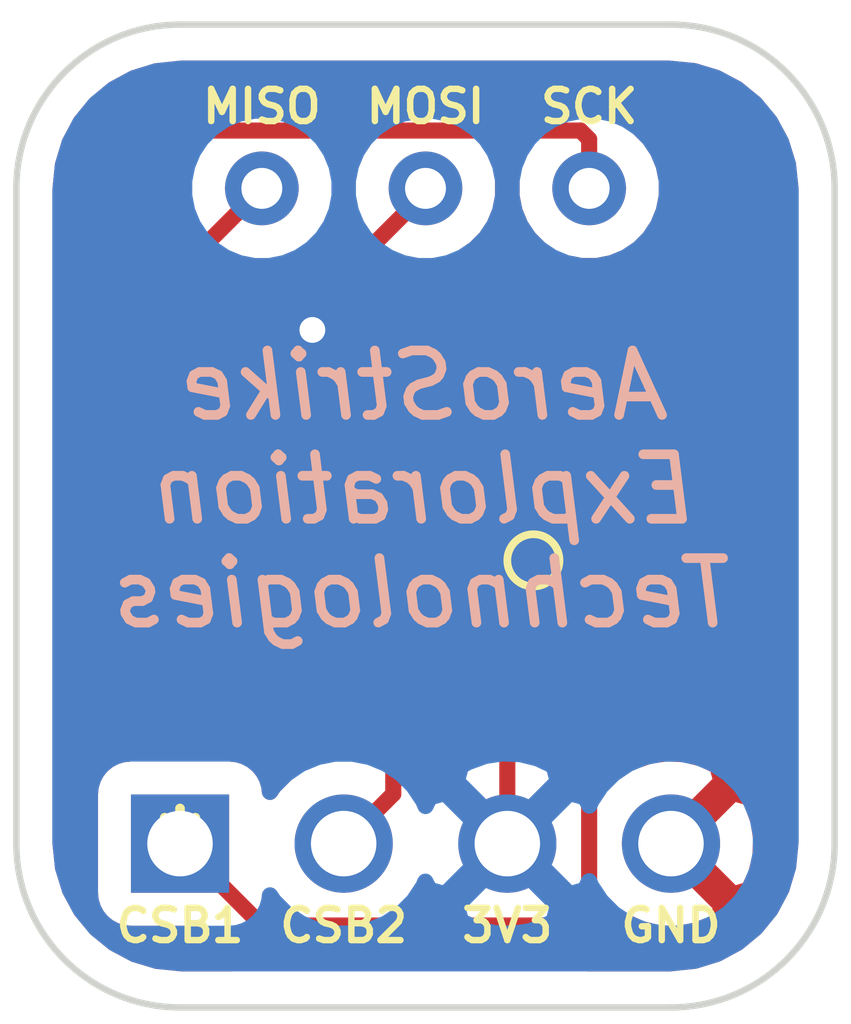
<source format=kicad_pcb>
(kicad_pcb (version 20171130) (host pcbnew "(5.1.10)-1")

  (general
    (thickness 1.6)
    (drawings 16)
    (tracks 51)
    (zones 0)
    (modules 5)
    (nets 12)
  )

  (page A4)
  (layers
    (0 F.Cu signal)
    (31 B.Cu signal)
    (32 B.Adhes user)
    (33 F.Adhes user)
    (34 B.Paste user)
    (35 F.Paste user)
    (36 B.SilkS user)
    (37 F.SilkS user)
    (38 B.Mask user)
    (39 F.Mask user)
    (40 Dwgs.User user)
    (41 Cmts.User user)
    (42 Eco1.User user)
    (43 Eco2.User user)
    (44 Edge.Cuts user)
    (45 Margin user)
    (46 B.CrtYd user)
    (47 F.CrtYd user)
    (48 B.Fab user)
    (49 F.Fab user)
  )

  (setup
    (last_trace_width 0.25)
    (trace_clearance 0.2)
    (zone_clearance 0.508)
    (zone_45_only no)
    (trace_min 0.2)
    (via_size 0.8)
    (via_drill 0.4)
    (via_min_size 0.4)
    (via_min_drill 0.3)
    (uvia_size 0.3)
    (uvia_drill 0.1)
    (uvias_allowed no)
    (uvia_min_size 0.2)
    (uvia_min_drill 0.1)
    (edge_width 0.1)
    (segment_width 0.2)
    (pcb_text_width 0.3)
    (pcb_text_size 1.5 1.5)
    (mod_edge_width 0.15)
    (mod_text_size 1 1)
    (mod_text_width 0.15)
    (pad_size 1.524 1.524)
    (pad_drill 0.762)
    (pad_to_mask_clearance 0)
    (aux_axis_origin 0 0)
    (visible_elements 7FFFFFFF)
    (pcbplotparams
      (layerselection 0x010fc_ffffffff)
      (usegerberextensions true)
      (usegerberattributes true)
      (usegerberadvancedattributes true)
      (creategerberjobfile true)
      (excludeedgelayer true)
      (linewidth 0.100000)
      (plotframeref false)
      (viasonmask false)
      (mode 1)
      (useauxorigin false)
      (hpglpennumber 1)
      (hpglpenspeed 20)
      (hpglpendiameter 15.000000)
      (psnegative false)
      (psa4output false)
      (plotreference true)
      (plotvalue true)
      (plotinvisibletext false)
      (padsonsilk false)
      (subtractmaskfromsilk false)
      (outputformat 1)
      (mirror false)
      (drillshape 0)
      (scaleselection 1)
      (outputdirectory "Manufacture Files/"))
  )

  (net 0 "")
  (net 1 GND)
  (net 2 +3V3)
  (net 3 "Net-(U1-Pad1)")
  (net 4 CSB_GYRO)
  (net 5 SCK)
  (net 6 MOSI)
  (net 7 MISO)
  (net 8 "Net-(U1-Pad12)")
  (net 9 "Net-(U1-Pad13)")
  (net 10 CSB_ACCEL)
  (net 11 "Net-(U1-Pad16)")

  (net_class Default "This is the default net class."
    (clearance 0.2)
    (trace_width 0.25)
    (via_dia 0.8)
    (via_drill 0.4)
    (uvia_dia 0.3)
    (uvia_drill 0.1)
    (add_net +3V3)
    (add_net CSB_ACCEL)
    (add_net CSB_GYRO)
    (add_net GND)
    (add_net MISO)
    (add_net MOSI)
    (add_net "Net-(U1-Pad1)")
    (add_net "Net-(U1-Pad12)")
    (add_net "Net-(U1-Pad13)")
    (add_net "Net-(U1-Pad16)")
    (add_net SCK)
  )

  (module "1x4_Male Header:104346-2" (layer F.Cu) (tedit 611FC6AC) (tstamp 611FD01E)
    (at 92.71 67.31 180)
    (path /61223E91)
    (fp_text reference J2 (at -3.81 0) (layer F.SilkS) hide
      (effects (font (size 0.0254 0.0254) (thickness 0.00635)))
    )
    (fp_text value CONN4_104346_P384XP092_TEC (at -3.81 0) (layer F.SilkS) hide
      (effects (font (size 0.0254 0.0254) (thickness 0.00635)))
    )
    (fp_text user * (at 0 0) (layer F.SilkS)
      (effects (font (size 1 1) (thickness 0.15)))
    )
    (pad 4 thru_hole circle (at -7.62 0 180) (size 1.524 1.524) (drill 1.016) (layers *.Cu *.Mask)
      (net 1 GND))
    (pad 3 thru_hole circle (at -5.08 0 180) (size 1.524 1.524) (drill 1.016) (layers *.Cu *.Mask)
      (net 2 +3V3))
    (pad 2 thru_hole circle (at -2.54 0 180) (size 1.524 1.524) (drill 1.016) (layers *.Cu *.Mask)
      (net 4 CSB_GYRO))
    (pad 1 thru_hole rect (at 0 0 180) (size 1.524 1.524) (drill 1.016) (layers *.Cu *.Mask)
      (net 10 CSB_ACCEL))
    (model "C:/Users/Jeffrey Lind/Downloads/KiCad Files/Header Pins/Male/1x4 Male Header/1x4_Male_Header.stp"
      (offset (xyz -7.6 0 -1.7))
      (scale (xyz 1 1 1))
      (rotate (xyz -180 0 0))
    )
  )

  (module BMI088:BMI088 (layer F.Cu) (tedit 611FB5AB) (tstamp 611FB2AB)
    (at 96.52 62.23 180)
    (path /612F053B)
    (fp_text reference U1 (at -0.075801 0) (layer F.SilkS) hide
      (effects (font (size 0.0254 0.0254) (thickness 0.00635)))
    )
    (fp_text value QFN_BMI085_BOS (at 0.17287 -0.015614) (layer F.SilkS) hide
      (effects (font (size 0.0254 0.0254) (thickness 0.00635)))
    )
    (fp_circle (center -1.674725 -0.687865) (end -1.27 -0.687865) (layer F.SilkS) (width 0.12))
    (pad 16 smd rect (at -1.9113 0 270) (size 0.254 0.4826) (layers F.Cu F.Paste F.Mask)
      (net 11 "Net-(U1-Pad16)"))
    (pad 15 smd rect (at -1.5 1.1557 180) (size 0.254 0.4826) (layers F.Cu F.Paste F.Mask)
      (net 7 MISO))
    (pad 14 smd rect (at -1.000001 1.1557 180) (size 0.254 0.4826) (layers F.Cu F.Paste F.Mask)
      (net 10 CSB_ACCEL))
    (pad 13 smd rect (at -0.499999 1.1557 180) (size 0.254 0.4826) (layers F.Cu F.Paste F.Mask)
      (net 9 "Net-(U1-Pad13)"))
    (pad 12 smd rect (at 0 1.1557 180) (size 0.254 0.4826) (layers F.Cu F.Paste F.Mask)
      (net 8 "Net-(U1-Pad12)"))
    (pad 11 smd rect (at 0.499999 1.1557 180) (size 0.254 0.4826) (layers F.Cu F.Paste F.Mask)
      (net 2 +3V3))
    (pad 10 smd rect (at 1.000001 1.1557 180) (size 0.254 0.4826) (layers F.Cu F.Paste F.Mask)
      (net 7 MISO))
    (pad 9 smd rect (at 1.5 1.1557 180) (size 0.254 0.4826) (layers F.Cu F.Paste F.Mask)
      (net 6 MOSI))
    (pad 8 smd rect (at 1.9113 0 270) (size 0.254 0.4826) (layers F.Cu F.Paste F.Mask)
      (net 5 SCK))
    (pad 7 smd rect (at 1.5 -1.1557 180) (size 0.254 0.4826) (layers F.Cu F.Paste F.Mask)
      (net 1 GND))
    (pad 6 smd rect (at 1.000001 -1.1557 180) (size 0.254 0.4826) (layers F.Cu F.Paste F.Mask)
      (net 1 GND))
    (pad 5 smd rect (at 0.499999 -1.1557 180) (size 0.254 0.4826) (layers F.Cu F.Paste F.Mask)
      (net 4 CSB_GYRO))
    (pad 4 smd rect (at 0 -1.1557 180) (size 0.254 0.4826) (layers F.Cu F.Paste F.Mask)
      (net 1 GND))
    (pad 3 smd rect (at -0.499999 -1.1557 180) (size 0.254 0.4826) (layers F.Cu F.Paste F.Mask)
      (net 2 +3V3))
    (pad 2 smd rect (at -1.000001 -1.1557 180) (size 0.254 0.4826) (layers F.Cu F.Paste F.Mask))
    (pad 1 smd rect (at -1.5 -1.1557 180) (size 0.254 0.4826) (layers F.Cu F.Paste F.Mask)
      (net 3 "Net-(U1-Pad1)"))
    (model "C:/Users/Jeffrey Lind/Downloads/KiCad Files/Sensors/BMI088/BMI088.step"
      (at (xyz 0 0 0))
      (scale (xyz 1 1 1))
      (rotate (xyz -90 0 0))
    )
  )

  (module 0805_Capacitor:CL21B104KBFNNNE (layer F.Cu) (tedit 611E744E) (tstamp 611FB259)
    (at 96.090153 64.996087 180)
    (path /612F4194)
    (fp_text reference C2 (at 0 0) (layer F.SilkS) hide
      (effects (font (size 0.0254 0.0254) (thickness 0.00635)))
    )
    (fp_text value 0.1uF (at 0 0) (layer F.SilkS) hide
      (effects (font (size 0.0254 0.0254) (thickness 0.00635)))
    )
    (fp_circle (center -0.8008 0) (end -0.8008 0) (layer F.Fab) (width 0.1))
    (fp_circle (center -0.8008 0) (end -0.8008 0) (layer F.CrtYd) (width 0.05))
    (pad 2 smd rect (at 0.9278 0 180) (size 0.8556 1.25) (layers F.Cu F.Paste F.Mask)
      (net 1 GND))
    (pad 1 smd rect (at -0.9278 0 180) (size 0.8556 1.25) (layers F.Cu F.Paste F.Mask)
      (net 2 +3V3))
    (model "C:/Users/Jeffrey Lind/Downloads/KiCad Files/Capacitors/0.1uF Capacitor 0805/0.1uF Capacitor 0805.step"
      (at (xyz 0 0 0))
      (scale (xyz 1 1 1))
      (rotate (xyz 0 0 0))
    )
  )

  (module 0805_Capacitor:CL21B104KBFNNNE (layer F.Cu) (tedit 611E744E) (tstamp 611FB271)
    (at 96.949846 59.349305)
    (path /612F3791)
    (fp_text reference C1 (at 0.010214 -0.132784) (layer F.SilkS) hide
      (effects (font (size 0.0254 0.0254) (thickness 0.00635)))
    )
    (fp_text value 0.1uF (at -1.27 0) (layer F.SilkS) hide
      (effects (font (size 0.0254 0.0254) (thickness 0.00635)))
    )
    (fp_circle (center -0.8008 0) (end -0.8008 0) (layer F.Fab) (width 0.1))
    (fp_circle (center -0.8008 0) (end -0.8008 0) (layer F.CrtYd) (width 0.05))
    (pad 2 smd rect (at 0.9278 0) (size 0.8556 1.25) (layers F.Cu F.Paste F.Mask)
      (net 1 GND))
    (pad 1 smd rect (at -0.9278 0) (size 0.8556 1.25) (layers F.Cu F.Paste F.Mask)
      (net 2 +3V3))
    (model "C:/Users/Jeffrey Lind/Downloads/KiCad Files/Capacitors/0.1uF Capacitor 0805/0.1uF Capacitor 0805.step"
      (at (xyz 0 0 0))
      (scale (xyz 1 1 1))
      (rotate (xyz 0 0 0))
    )
  )

  (module Male_Headers:1x3_Male_Header (layer F.Cu) (tedit 611FB642) (tstamp 611FB619)
    (at 99.06 57.15 180)
    (path /611FFCCE)
    (fp_text reference J1 (at 2.54 0) (layer F.SilkS) hide
      (effects (font (size 0.0254 0.0254) (thickness 0.00635)))
    )
    (fp_text value 61300311121 (at 2.54 0) (layer F.SilkS) hide
      (effects (font (size 0.0254 0.0254) (thickness 0.00635)))
    )
    (pad 3 thru_hole circle (at 5.08 0 180) (size 1.143 1.143) (drill 0.635) (layers *.Cu *.Mask)
      (net 7 MISO))
    (pad 2 thru_hole circle (at 2.54 0 180) (size 1.143 1.143) (drill 0.635) (layers *.Cu *.Mask)
      (net 6 MOSI))
    (pad 1 thru_hole circle (at 0 0 180) (size 1.143 1.143) (drill 0.635) (layers *.Cu *.Mask)
      (net 5 SCK))
    (model "C:/Users/Jeffrey Lind/Downloads/KiCad Files/Header Pins/Male/1x3 Male Header/1x3_Male_Header.stp"
      (offset (xyz 0 0 -1.69))
      (scale (xyz 1 1 1))
      (rotate (xyz 180 0 0))
    )
  )

  (gr_text "AeroStrike\nExploration\nTechnologies" (at 96.518934 61.818207) (layer B.SilkS)
    (effects (font (size 1 1) (thickness 0.15) italic) (justify mirror))
  )
  (gr_line (start 92.71 54.61) (end 100.33 54.61) (layer Edge.Cuts) (width 0.1) (tstamp 611FD320))
  (gr_line (start 90.17 67.31) (end 90.17 57.15) (layer Edge.Cuts) (width 0.1) (tstamp 611FD31F))
  (gr_line (start 100.33 69.85) (end 92.71 69.85) (layer Edge.Cuts) (width 0.1) (tstamp 611FD31E))
  (gr_line (start 102.87 57.15) (end 102.87 67.31) (layer Edge.Cuts) (width 0.1) (tstamp 611FD31D))
  (gr_arc (start 92.71 57.15) (end 92.71 54.61) (angle -90) (layer Edge.Cuts) (width 0.1))
  (gr_arc (start 100.33 57.15) (end 102.87 57.15) (angle -90) (layer Edge.Cuts) (width 0.1))
  (gr_arc (start 100.33 67.31) (end 100.33 69.85) (angle -90) (layer Edge.Cuts) (width 0.1))
  (gr_arc (start 92.71 67.31) (end 90.17 67.31) (angle -90) (layer Edge.Cuts) (width 0.1))
  (gr_text GND (at 100.33 68.58) (layer F.SilkS)
    (effects (font (size 0.5 0.5) (thickness 0.1)))
  )
  (gr_text 3V3 (at 97.79 68.58) (layer F.SilkS)
    (effects (font (size 0.5 0.5) (thickness 0.1)))
  )
  (gr_text SCK (at 99.06 55.88) (layer F.SilkS)
    (effects (font (size 0.5 0.5) (thickness 0.1)))
  )
  (gr_text MOSI (at 96.52 55.88) (layer F.SilkS)
    (effects (font (size 0.5 0.5) (thickness 0.1)))
  )
  (gr_text MISO (at 93.98 55.88) (layer F.SilkS)
    (effects (font (size 0.5 0.5) (thickness 0.1)))
  )
  (gr_text "CSB2\n" (at 95.25 68.58) (layer F.SilkS)
    (effects (font (size 0.5 0.5) (thickness 0.1)))
  )
  (gr_text "CSB1\n" (at 92.71 68.58) (layer F.SilkS)
    (effects (font (size 0.5 0.5) (thickness 0.1)))
  )

  (segment (start 95.02 63.3857) (end 95.519999 63.3857) (width 0.25) (layer F.Cu) (net 1))
  (segment (start 96.52 62.932397) (end 96.52 63.3857) (width 0.25) (layer F.Cu) (net 1))
  (segment (start 96.407002 62.819399) (end 96.52 62.932397) (width 0.25) (layer F.Cu) (net 1))
  (segment (start 95.595 62.819399) (end 96.407002 62.819399) (width 0.25) (layer F.Cu) (net 1))
  (segment (start 95.519999 62.8944) (end 95.595 62.819399) (width 0.25) (layer F.Cu) (net 1))
  (segment (start 95.519999 63.3857) (end 95.519999 62.8944) (width 0.25) (layer F.Cu) (net 1))
  (segment (start 97.019999 64.994041) (end 97.017953 64.996087) (width 0.25) (layer F.Cu) (net 2))
  (segment (start 97.79 65.768134) (end 97.017953 64.996087) (width 0.25) (layer F.Cu) (net 2))
  (segment (start 97.79 67.31) (end 97.79 65.768134) (width 0.25) (layer F.Cu) (net 2))
  (via (at 94.764039 59.345017) (size 0.8) (drill 0.4) (layers F.Cu B.Cu) (net 2))
  (segment (start 96.017758 59.345017) (end 96.022046 59.349305) (width 0.25) (layer F.Cu) (net 2))
  (segment (start 94.764039 59.345017) (end 96.017758 59.345017) (width 0.25) (layer F.Cu) (net 2))
  (segment (start 96.020001 59.35135) (end 96.022046 59.349305) (width 0.25) (layer F.Cu) (net 2))
  (segment (start 96.020001 61.0743) (end 96.020001 59.35135) (width 0.25) (layer F.Cu) (net 2))
  (segment (start 97.017953 63.387746) (end 97.019999 63.3857) (width 0.25) (layer F.Cu) (net 2))
  (segment (start 97.017953 64.996087) (end 97.017953 63.387746) (width 0.25) (layer F.Cu) (net 2))
  (segment (start 96.020001 66.539999) (end 96.020001 63.3857) (width 0.25) (layer F.Cu) (net 4))
  (segment (start 95.25 67.31) (end 96.020001 66.539999) (width 0.25) (layer F.Cu) (net 4))
  (segment (start 94.6087 62.23) (end 92.202 62.23) (width 0.25) (layer F.Cu) (net 5))
  (segment (start 92.202 62.23) (end 91.948 61.976) (width 0.25) (layer F.Cu) (net 5))
  (segment (start 91.948 61.976) (end 91.948 56.896) (width 0.25) (layer F.Cu) (net 5))
  (segment (start 99.06 56.388) (end 99.06 57.15) (width 0.25) (layer F.Cu) (net 5))
  (segment (start 98.925499 56.253499) (end 92.590501 56.253499) (width 0.25) (layer F.Cu) (net 5))
  (segment (start 92.590501 56.253499) (end 92.456 56.388) (width 0.25) (layer F.Cu) (net 5))
  (segment (start 99.06 56.388) (end 98.925499 56.253499) (width 0.25) (layer F.Cu) (net 5))
  (segment (start 91.948 56.896) (end 92.456 56.388) (width 0.25) (layer F.Cu) (net 5))
  (segment (start 94.643 61.0743) (end 93.98 60.4113) (width 0.25) (layer F.Cu) (net 6))
  (segment (start 95.02 61.0743) (end 94.643 61.0743) (width 0.25) (layer F.Cu) (net 6))
  (segment (start 93.98 59.056054) (end 94.616054 58.42) (width 0.25) (layer F.Cu) (net 6))
  (segment (start 93.98 60.4113) (end 93.98 59.056054) (width 0.25) (layer F.Cu) (net 6))
  (segment (start 96.52 57.213549) (end 96.52 57.15) (width 0.25) (layer F.Cu) (net 6))
  (segment (start 95.313549 58.42) (end 96.52 57.213549) (width 0.25) (layer F.Cu) (net 6))
  (segment (start 94.616054 58.42) (end 95.313549 58.42) (width 0.25) (layer F.Cu) (net 6))
  (segment (start 98.02 61.5656) (end 97.6096 61.976) (width 0.25) (layer F.Cu) (net 7))
  (segment (start 98.02 61.0743) (end 98.02 61.5656) (width 0.25) (layer F.Cu) (net 7))
  (segment (start 95.519999 61.5656) (end 95.519999 61.0743) (width 0.25) (layer F.Cu) (net 7))
  (segment (start 95.930399 61.976) (end 95.519999 61.5656) (width 0.25) (layer F.Cu) (net 7))
  (segment (start 97.6096 61.976) (end 95.930399 61.976) (width 0.25) (layer F.Cu) (net 7))
  (segment (start 95.444998 61.640601) (end 93.644601 61.640601) (width 0.25) (layer F.Cu) (net 7))
  (segment (start 95.519999 61.5656) (end 95.444998 61.640601) (width 0.25) (layer F.Cu) (net 7))
  (segment (start 93.644601 61.640601) (end 92.964 60.96) (width 0.25) (layer F.Cu) (net 7))
  (segment (start 92.964 58.166) (end 93.98 57.15) (width 0.25) (layer F.Cu) (net 7))
  (segment (start 92.964 60.96) (end 92.964 58.166) (width 0.25) (layer F.Cu) (net 7))
  (segment (start 97.520001 60.583) (end 97.651001 60.452) (width 0.25) (layer F.Cu) (net 10))
  (segment (start 97.520001 61.0743) (end 97.520001 60.583) (width 0.25) (layer F.Cu) (net 10))
  (segment (start 97.651001 60.452) (end 98.351002 60.452) (width 0.25) (layer F.Cu) (net 10))
  (segment (start 98.351002 60.452) (end 99.06 61.160998) (width 0.25) (layer F.Cu) (net 10))
  (segment (start 99.06 61.160998) (end 99.06 68.072) (width 0.25) (layer F.Cu) (net 10))
  (segment (start 99.06 68.072) (end 98.552 68.58) (width 0.25) (layer F.Cu) (net 10))
  (segment (start 93.98 68.58) (end 92.71 67.31) (width 0.25) (layer F.Cu) (net 10))
  (segment (start 98.552 68.58) (end 93.98 68.58) (width 0.25) (layer F.Cu) (net 10))

  (zone (net 1) (net_name GND) (layer F.Cu) (tstamp 61205024) (hatch edge 0.508)
    (connect_pads (clearance 0.508))
    (min_thickness 0.254)
    (fill yes (arc_segments 32) (thermal_gap 0.508) (thermal_bridge_width 0.508))
    (polygon
      (pts
        (xy 103.124 69.977) (xy 89.916 70.104) (xy 89.916 54.356) (xy 103.124 54.229)
      )
    )
    (filled_polygon
      (pts
        (xy 100.689668 55.333551) (xy 101.035634 55.438004) (xy 101.354724 55.607667) (xy 101.634781 55.836076) (xy 101.865141 56.114534)
        (xy 102.037027 56.43243) (xy 102.143893 56.777658) (xy 102.185 57.168753) (xy 102.185001 67.276485) (xy 102.146449 67.669667)
        (xy 102.041996 68.015635) (xy 101.872333 68.334724) (xy 101.643924 68.614781) (xy 101.365466 68.845141) (xy 101.04757 69.017027)
        (xy 100.70234 69.123894) (xy 100.311238 69.165) (xy 99.03717 69.165) (xy 99.092001 69.120001) (xy 99.115803 69.090998)
        (xy 99.571002 68.6358) (xy 99.600001 68.612001) (xy 99.660121 68.538745) (xy 99.860048 68.632756) (xy 100.127135 68.699023)
        (xy 100.402017 68.71191) (xy 100.674133 68.670922) (xy 100.933023 68.577636) (xy 101.04898 68.515656) (xy 101.11596 68.275565)
        (xy 100.33 67.489605) (xy 100.315858 67.503748) (xy 100.136253 67.324143) (xy 100.150395 67.31) (xy 100.509605 67.31)
        (xy 101.295565 68.09596) (xy 101.535656 68.02898) (xy 101.652756 67.779952) (xy 101.719023 67.512865) (xy 101.73191 67.237983)
        (xy 101.690922 66.965867) (xy 101.597636 66.706977) (xy 101.535656 66.59102) (xy 101.295565 66.52404) (xy 100.509605 67.31)
        (xy 100.150395 67.31) (xy 100.136253 67.295858) (xy 100.315858 67.116253) (xy 100.33 67.130395) (xy 101.11596 66.344435)
        (xy 101.04898 66.104344) (xy 100.799952 65.987244) (xy 100.532865 65.920977) (xy 100.257983 65.90809) (xy 99.985867 65.949078)
        (xy 99.82 66.008845) (xy 99.82 61.198331) (xy 99.823677 61.160998) (xy 99.809003 61.012012) (xy 99.765546 60.868751)
        (xy 99.694974 60.736722) (xy 99.623799 60.649995) (xy 99.600001 60.620997) (xy 99.571004 60.5972) (xy 98.943476 59.969673)
        (xy 98.940446 59.635055) (xy 98.781696 59.476305) (xy 98.004646 59.476305) (xy 98.004646 59.496305) (xy 97.750646 59.496305)
        (xy 97.750646 59.476305) (xy 97.730646 59.476305) (xy 97.730646 59.222305) (xy 97.750646 59.222305) (xy 97.750646 58.248055)
        (xy 97.591896 58.089305) (xy 97.449846 58.086233) (xy 97.325364 58.098493) (xy 97.227855 58.128072) (xy 97.289099 58.08715)
        (xy 97.45715 57.919099) (xy 97.589187 57.721492) (xy 97.680135 57.501923) (xy 97.7265 57.26883) (xy 97.7265 57.03117)
        (xy 97.722985 57.013499) (xy 97.857015 57.013499) (xy 97.8535 57.03117) (xy 97.8535 57.26883) (xy 97.899865 57.501923)
        (xy 97.990813 57.721492) (xy 98.12285 57.919099) (xy 98.290311 58.08656) (xy 98.163396 58.089305) (xy 98.004646 58.248055)
        (xy 98.004646 59.222305) (xy 98.781696 59.222305) (xy 98.940446 59.063555) (xy 98.943518 58.724305) (xy 98.931258 58.599823)
        (xy 98.894948 58.480125) (xy 98.835983 58.369811) (xy 98.802407 58.328898) (xy 98.94117 58.3565) (xy 99.17883 58.3565)
        (xy 99.411923 58.310135) (xy 99.631492 58.219187) (xy 99.829099 58.08715) (xy 99.99715 57.919099) (xy 100.129187 57.721492)
        (xy 100.220135 57.501923) (xy 100.2665 57.26883) (xy 100.2665 57.03117) (xy 100.220135 56.798077) (xy 100.129187 56.578508)
        (xy 99.99715 56.380901) (xy 99.829099 56.21285) (xy 99.79394 56.189358) (xy 99.765546 56.095753) (xy 99.694974 55.963724)
        (xy 99.600001 55.847999) (xy 99.570998 55.824197) (xy 99.489303 55.742502) (xy 99.4655 55.713498) (xy 99.349775 55.618525)
        (xy 99.217746 55.547953) (xy 99.074485 55.504496) (xy 98.962832 55.493499) (xy 98.962821 55.493499) (xy 98.925499 55.489823)
        (xy 98.888177 55.493499) (xy 92.627823 55.493499) (xy 92.5905 55.489823) (xy 92.553178 55.493499) (xy 92.553168 55.493499)
        (xy 92.441515 55.504496) (xy 92.298254 55.547953) (xy 92.166225 55.618525) (xy 92.0505 55.713498) (xy 92.026697 55.742502)
        (xy 91.945003 55.824196) (xy 91.944997 55.824201) (xy 91.436998 56.332201) (xy 91.408 56.355999) (xy 91.384202 56.384997)
        (xy 91.384201 56.384998) (xy 91.313026 56.471724) (xy 91.242454 56.603754) (xy 91.219251 56.680247) (xy 91.198998 56.747014)
        (xy 91.193969 56.798077) (xy 91.184324 56.896) (xy 91.188001 56.933332) (xy 91.188 61.938677) (xy 91.184324 61.976)
        (xy 91.188 62.013322) (xy 91.188 62.013332) (xy 91.198997 62.124985) (xy 91.242454 62.268246) (xy 91.313026 62.400276)
        (xy 91.31631 62.404277) (xy 91.407999 62.516001) (xy 91.437003 62.539804) (xy 91.638196 62.740997) (xy 91.661999 62.770001)
        (xy 91.777724 62.864974) (xy 91.909753 62.935546) (xy 92.053014 62.979003) (xy 92.164667 62.99) (xy 92.164676 62.99)
        (xy 92.201999 62.993676) (xy 92.239322 62.99) (xy 94.276919 62.99) (xy 94.263906 63.03774) (xy 94.258 63.11265)
        (xy 94.41675 63.2714) (xy 95.147 63.2714) (xy 95.147 63.5) (xy 94.41675 63.5) (xy 94.258 63.65875)
        (xy 94.263906 63.73366) (xy 94.296802 63.854341) (xy 94.316096 63.893043) (xy 94.283368 63.919902) (xy 94.204016 64.016593)
        (xy 94.145051 64.126907) (xy 94.108741 64.246605) (xy 94.096481 64.371087) (xy 94.099553 64.710337) (xy 94.258303 64.869087)
        (xy 95.035353 64.869087) (xy 95.035353 64.849087) (xy 95.260002 64.849087) (xy 95.260001 65.143087) (xy 95.035353 65.143087)
        (xy 95.035353 65.123087) (xy 94.258303 65.123087) (xy 94.099553 65.281837) (xy 94.096481 65.621087) (xy 94.108741 65.745569)
        (xy 94.145051 65.865267) (xy 94.204016 65.975581) (xy 94.283368 66.072272) (xy 94.380059 66.151624) (xy 94.429527 66.178066)
        (xy 94.359465 66.22488) (xy 94.16488 66.419465) (xy 94.10608 66.507465) (xy 94.097812 66.423518) (xy 94.061502 66.30382)
        (xy 94.002537 66.193506) (xy 93.923185 66.096815) (xy 93.826494 66.017463) (xy 93.71618 65.958498) (xy 93.596482 65.922188)
        (xy 93.472 65.909928) (xy 91.948 65.909928) (xy 91.823518 65.922188) (xy 91.70382 65.958498) (xy 91.593506 66.017463)
        (xy 91.496815 66.096815) (xy 91.417463 66.193506) (xy 91.358498 66.30382) (xy 91.322188 66.423518) (xy 91.309928 66.548)
        (xy 91.309928 68.072) (xy 91.322188 68.196482) (xy 91.358498 68.31618) (xy 91.417463 68.426494) (xy 91.496815 68.523185)
        (xy 91.593506 68.602537) (xy 91.70382 68.661502) (xy 91.823518 68.697812) (xy 91.948 68.710072) (xy 93.03527 68.710072)
        (xy 93.416201 69.091003) (xy 93.439999 69.120001) (xy 93.49483 69.165) (xy 92.743505 69.165) (xy 92.350333 69.126449)
        (xy 92.004365 69.021996) (xy 91.685276 68.852333) (xy 91.405219 68.623924) (xy 91.174859 68.345466) (xy 91.002973 68.02757)
        (xy 90.896106 67.68234) (xy 90.855 67.291238) (xy 90.855 57.183504) (xy 90.893551 56.790332) (xy 90.998004 56.444366)
        (xy 91.167667 56.125276) (xy 91.396076 55.845219) (xy 91.674534 55.614859) (xy 91.99243 55.442973) (xy 92.337658 55.336107)
        (xy 92.728753 55.295) (xy 100.296496 55.295)
      )
    )
  )
  (zone (net 2) (net_name +3V3) (layer B.Cu) (tstamp 61205021) (hatch edge 0.508)
    (connect_pads (clearance 0.508))
    (min_thickness 0.254)
    (fill yes (arc_segments 32) (thermal_gap 0.508) (thermal_bridge_width 0.508))
    (polygon
      (pts
        (xy 103.124 70.104) (xy 89.916 70.104) (xy 89.916 54.356) (xy 103.124 54.356)
      )
    )
    (filled_polygon
      (pts
        (xy 100.689668 55.333551) (xy 101.035634 55.438004) (xy 101.354724 55.607667) (xy 101.634781 55.836076) (xy 101.865141 56.114534)
        (xy 102.037027 56.43243) (xy 102.143893 56.777658) (xy 102.185 57.168753) (xy 102.185001 67.276485) (xy 102.146449 67.669667)
        (xy 102.041996 68.015635) (xy 101.872333 68.334724) (xy 101.643924 68.614781) (xy 101.365466 68.845141) (xy 101.04757 69.017027)
        (xy 100.70234 69.123894) (xy 100.311238 69.165) (xy 92.743505 69.165) (xy 92.350333 69.126449) (xy 92.004365 69.021996)
        (xy 91.685276 68.852333) (xy 91.405219 68.623924) (xy 91.174859 68.345466) (xy 91.002973 68.02757) (xy 90.896106 67.68234)
        (xy 90.855 67.291238) (xy 90.855 66.548) (xy 91.309928 66.548) (xy 91.309928 68.072) (xy 91.322188 68.196482)
        (xy 91.358498 68.31618) (xy 91.417463 68.426494) (xy 91.496815 68.523185) (xy 91.593506 68.602537) (xy 91.70382 68.661502)
        (xy 91.823518 68.697812) (xy 91.948 68.710072) (xy 93.472 68.710072) (xy 93.596482 68.697812) (xy 93.71618 68.661502)
        (xy 93.826494 68.602537) (xy 93.923185 68.523185) (xy 94.002537 68.426494) (xy 94.061502 68.31618) (xy 94.097812 68.196482)
        (xy 94.10608 68.112535) (xy 94.16488 68.200535) (xy 94.359465 68.39512) (xy 94.588273 68.548005) (xy 94.84251 68.653314)
        (xy 95.112408 68.707) (xy 95.387592 68.707) (xy 95.65749 68.653314) (xy 95.911727 68.548005) (xy 96.140535 68.39512)
        (xy 96.26009 68.275565) (xy 97.00404 68.275565) (xy 97.07102 68.515656) (xy 97.320048 68.632756) (xy 97.587135 68.699023)
        (xy 97.862017 68.71191) (xy 98.134133 68.670922) (xy 98.393023 68.577636) (xy 98.50898 68.515656) (xy 98.57596 68.275565)
        (xy 97.79 67.489605) (xy 97.00404 68.275565) (xy 96.26009 68.275565) (xy 96.33512 68.200535) (xy 96.488005 67.971727)
        (xy 96.517692 67.900057) (xy 96.522364 67.913023) (xy 96.584344 68.02898) (xy 96.824435 68.09596) (xy 97.610395 67.31)
        (xy 97.969605 67.31) (xy 98.755565 68.09596) (xy 98.995656 68.02898) (xy 99.059485 67.89324) (xy 99.091995 67.971727)
        (xy 99.24488 68.200535) (xy 99.439465 68.39512) (xy 99.668273 68.548005) (xy 99.92251 68.653314) (xy 100.192408 68.707)
        (xy 100.467592 68.707) (xy 100.73749 68.653314) (xy 100.991727 68.548005) (xy 101.220535 68.39512) (xy 101.41512 68.200535)
        (xy 101.568005 67.971727) (xy 101.673314 67.71749) (xy 101.727 67.447592) (xy 101.727 67.172408) (xy 101.673314 66.90251)
        (xy 101.568005 66.648273) (xy 101.41512 66.419465) (xy 101.220535 66.22488) (xy 100.991727 66.071995) (xy 100.73749 65.966686)
        (xy 100.467592 65.913) (xy 100.192408 65.913) (xy 99.92251 65.966686) (xy 99.668273 66.071995) (xy 99.439465 66.22488)
        (xy 99.24488 66.419465) (xy 99.091995 66.648273) (xy 99.062308 66.719943) (xy 99.057636 66.706977) (xy 98.995656 66.59102)
        (xy 98.755565 66.52404) (xy 97.969605 67.31) (xy 97.610395 67.31) (xy 96.824435 66.52404) (xy 96.584344 66.59102)
        (xy 96.520515 66.72676) (xy 96.488005 66.648273) (xy 96.33512 66.419465) (xy 96.26009 66.344435) (xy 97.00404 66.344435)
        (xy 97.79 67.130395) (xy 98.57596 66.344435) (xy 98.50898 66.104344) (xy 98.259952 65.987244) (xy 97.992865 65.920977)
        (xy 97.717983 65.90809) (xy 97.445867 65.949078) (xy 97.186977 66.042364) (xy 97.07102 66.104344) (xy 97.00404 66.344435)
        (xy 96.26009 66.344435) (xy 96.140535 66.22488) (xy 95.911727 66.071995) (xy 95.65749 65.966686) (xy 95.387592 65.913)
        (xy 95.112408 65.913) (xy 94.84251 65.966686) (xy 94.588273 66.071995) (xy 94.359465 66.22488) (xy 94.16488 66.419465)
        (xy 94.10608 66.507465) (xy 94.097812 66.423518) (xy 94.061502 66.30382) (xy 94.002537 66.193506) (xy 93.923185 66.096815)
        (xy 93.826494 66.017463) (xy 93.71618 65.958498) (xy 93.596482 65.922188) (xy 93.472 65.909928) (xy 91.948 65.909928)
        (xy 91.823518 65.922188) (xy 91.70382 65.958498) (xy 91.593506 66.017463) (xy 91.496815 66.096815) (xy 91.417463 66.193506)
        (xy 91.358498 66.30382) (xy 91.322188 66.423518) (xy 91.309928 66.548) (xy 90.855 66.548) (xy 90.855 57.183504)
        (xy 90.869936 57.03117) (xy 92.7735 57.03117) (xy 92.7735 57.26883) (xy 92.819865 57.501923) (xy 92.910813 57.721492)
        (xy 93.04285 57.919099) (xy 93.210901 58.08715) (xy 93.408508 58.219187) (xy 93.628077 58.310135) (xy 93.86117 58.3565)
        (xy 94.09883 58.3565) (xy 94.331923 58.310135) (xy 94.551492 58.219187) (xy 94.749099 58.08715) (xy 94.91715 57.919099)
        (xy 95.049187 57.721492) (xy 95.140135 57.501923) (xy 95.1865 57.26883) (xy 95.1865 57.03117) (xy 95.3135 57.03117)
        (xy 95.3135 57.26883) (xy 95.359865 57.501923) (xy 95.450813 57.721492) (xy 95.58285 57.919099) (xy 95.750901 58.08715)
        (xy 95.948508 58.219187) (xy 96.168077 58.310135) (xy 96.40117 58.3565) (xy 96.63883 58.3565) (xy 96.871923 58.310135)
        (xy 97.091492 58.219187) (xy 97.289099 58.08715) (xy 97.45715 57.919099) (xy 97.589187 57.721492) (xy 97.680135 57.501923)
        (xy 97.7265 57.26883) (xy 97.7265 57.03117) (xy 97.8535 57.03117) (xy 97.8535 57.26883) (xy 97.899865 57.501923)
        (xy 97.990813 57.721492) (xy 98.12285 57.919099) (xy 98.290901 58.08715) (xy 98.488508 58.219187) (xy 98.708077 58.310135)
        (xy 98.94117 58.3565) (xy 99.17883 58.3565) (xy 99.411923 58.310135) (xy 99.631492 58.219187) (xy 99.829099 58.08715)
        (xy 99.99715 57.919099) (xy 100.129187 57.721492) (xy 100.220135 57.501923) (xy 100.2665 57.26883) (xy 100.2665 57.03117)
        (xy 100.220135 56.798077) (xy 100.129187 56.578508) (xy 99.99715 56.380901) (xy 99.829099 56.21285) (xy 99.631492 56.080813)
        (xy 99.411923 55.989865) (xy 99.17883 55.9435) (xy 98.94117 55.9435) (xy 98.708077 55.989865) (xy 98.488508 56.080813)
        (xy 98.290901 56.21285) (xy 98.12285 56.380901) (xy 97.990813 56.578508) (xy 97.899865 56.798077) (xy 97.8535 57.03117)
        (xy 97.7265 57.03117) (xy 97.680135 56.798077) (xy 97.589187 56.578508) (xy 97.45715 56.380901) (xy 97.289099 56.21285)
        (xy 97.091492 56.080813) (xy 96.871923 55.989865) (xy 96.63883 55.9435) (xy 96.40117 55.9435) (xy 96.168077 55.989865)
        (xy 95.948508 56.080813) (xy 95.750901 56.21285) (xy 95.58285 56.380901) (xy 95.450813 56.578508) (xy 95.359865 56.798077)
        (xy 95.3135 57.03117) (xy 95.1865 57.03117) (xy 95.140135 56.798077) (xy 95.049187 56.578508) (xy 94.91715 56.380901)
        (xy 94.749099 56.21285) (xy 94.551492 56.080813) (xy 94.331923 55.989865) (xy 94.09883 55.9435) (xy 93.86117 55.9435)
        (xy 93.628077 55.989865) (xy 93.408508 56.080813) (xy 93.210901 56.21285) (xy 93.04285 56.380901) (xy 92.910813 56.578508)
        (xy 92.819865 56.798077) (xy 92.7735 57.03117) (xy 90.869936 57.03117) (xy 90.893551 56.790332) (xy 90.998004 56.444366)
        (xy 91.167667 56.125276) (xy 91.396076 55.845219) (xy 91.674534 55.614859) (xy 91.99243 55.442973) (xy 92.337658 55.336107)
        (xy 92.728753 55.295) (xy 100.296496 55.295)
      )
    )
  )
)

</source>
